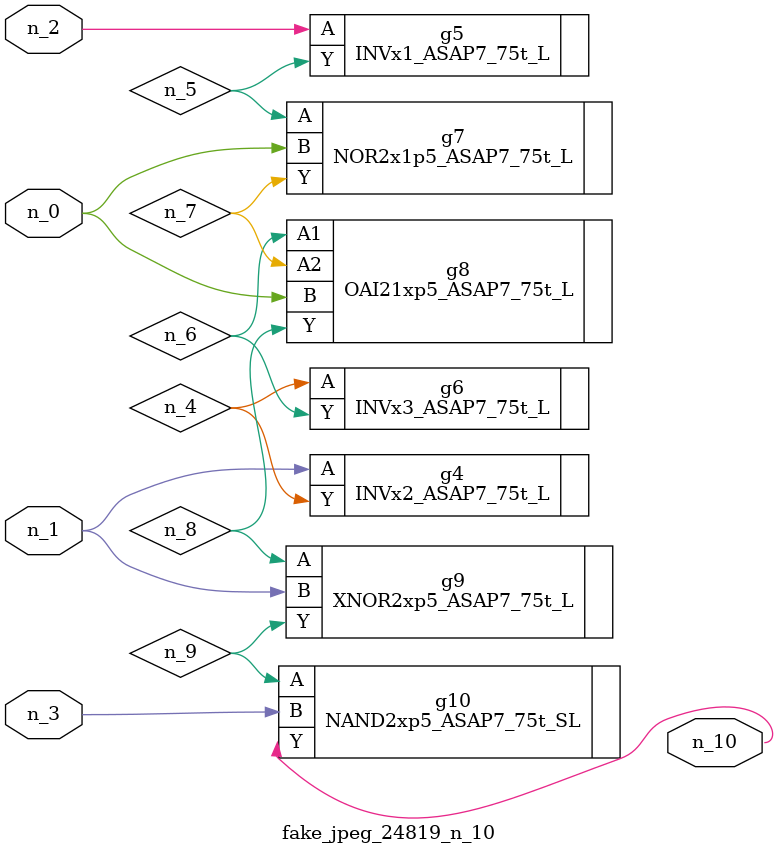
<source format=v>
module fake_jpeg_24819_n_10 (n_0, n_3, n_2, n_1, n_10);

input n_0;
input n_3;
input n_2;
input n_1;

output n_10;

wire n_4;
wire n_8;
wire n_9;
wire n_6;
wire n_5;
wire n_7;

INVx2_ASAP7_75t_L g4 ( 
.A(n_1),
.Y(n_4)
);

INVx1_ASAP7_75t_L g5 ( 
.A(n_2),
.Y(n_5)
);

INVx3_ASAP7_75t_L g6 ( 
.A(n_4),
.Y(n_6)
);

OAI21xp5_ASAP7_75t_L g8 ( 
.A1(n_6),
.A2(n_7),
.B(n_0),
.Y(n_8)
);

NOR2x1p5_ASAP7_75t_L g7 ( 
.A(n_5),
.B(n_0),
.Y(n_7)
);

XNOR2xp5_ASAP7_75t_L g9 ( 
.A(n_8),
.B(n_1),
.Y(n_9)
);

NAND2xp5_ASAP7_75t_SL g10 ( 
.A(n_9),
.B(n_3),
.Y(n_10)
);


endmodule
</source>
